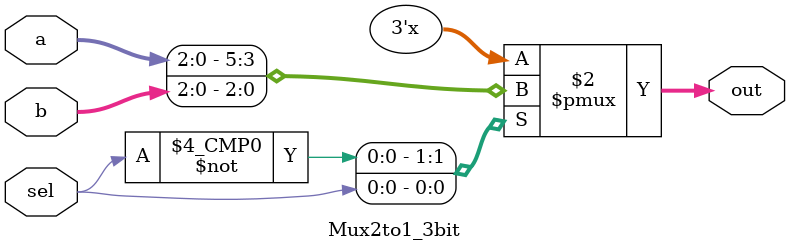
<source format=v>
`timescale 1ns / 1ps

module Mux2to1_3bit(a,b,sel,out);
input[2:0] a,b;
input sel;
output reg[2:0] out;

always @(sel or a or b) begin
    case(sel)
    0:   out=a;
    1:   out=b;
    endcase
end
endmodule

</source>
